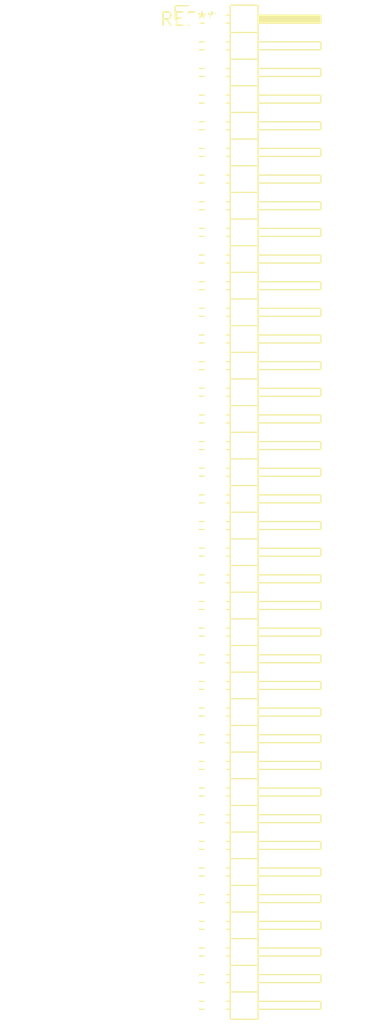
<source format=kicad_pcb>
(kicad_pcb (version 20240108) (generator pcbnew)
  (layers (0 "F.Cu" signal) (31 "B.Cu" signal) (34 "B.Paste" user) (35 "F.Paste" user) (36 "B.SilkS" user "B.Silkscreen") (37 "F.SilkS" user "F.Silkscreen") (38 "B.Mask" user) (39 "F.Mask" user) (44 "Edge.Cuts" user))
  (net 0 "")
  (footprint "PinHeader_2x38_P2.54mm_Horizontal" (layer "F.Cu") (at 0 0)
    (property "Reference" "REF**")
    (property "Value" "PinHeader_2x38_P2.54mm_Horizontal")
    (fp_line (start -1.27 -1.27) (end 0 -1.27) (layer "F.SilkS") (stroke (width 0.12)))
    (fp_line (start -1.27 0) (end -1.27 -1.27) (layer "F.SilkS") (stroke (width 0.12)))
    (fp_line (start 1.042929 2.16) (end 1.497071 2.16) (layer "F.SilkS") (stroke (width 0.12)))
    (fp_line (start 1.042929 2.92) (end 1.497071 2.92) (layer "F.SilkS") (stroke (width 0.12)))
    (fp_line (start 1.042929 4.7) (end 1.497071 4.7) (layer "F.SilkS") (stroke (width 0.12)))
    (fp_line (start 1.042929 5.46) (end 1.497071 5.46) (layer "F.SilkS") (stroke (width 0.12)))
    (fp_line (start 1.042929 7.24) (end 1.497071 7.24) (layer "F.SilkS") (stroke (width 0.12)))
    (fp_line (start 1.042929 8) (end 1.497071 8) (layer "F.SilkS") (stroke (width 0.12)))
    (fp_line (start 1.042929 9.78) (end 1.497071 9.78) (layer "F.SilkS") (stroke (width 0.12)))
    (fp_line (start 1.042929 10.54) (end 1.497071 10.54) (layer "F.SilkS") (stroke (width 0.12)))
    (fp_line (start 1.042929 12.32) (end 1.497071 12.32) (layer "F.SilkS") (stroke (width 0.12)))
    (fp_line (start 1.042929 13.08) (end 1.497071 13.08) (layer "F.SilkS") (stroke (width 0.12)))
    (fp_line (start 1.042929 14.86) (end 1.497071 14.86) (layer "F.SilkS") (stroke (width 0.12)))
    (fp_line (start 1.042929 15.62) (end 1.497071 15.62) (layer "F.SilkS") (stroke (width 0.12)))
    (fp_line (start 1.042929 17.4) (end 1.497071 17.4) (layer "F.SilkS") (stroke (width 0.12)))
    (fp_line (start 1.042929 18.16) (end 1.497071 18.16) (layer "F.SilkS") (stroke (width 0.12)))
    (fp_line (start 1.042929 19.94) (end 1.497071 19.94) (layer "F.SilkS") (stroke (width 0.12)))
    (fp_line (start 1.042929 20.7) (end 1.497071 20.7) (layer "F.SilkS") (stroke (width 0.12)))
    (fp_line (start 1.042929 22.48) (end 1.497071 22.48) (layer "F.SilkS") (stroke (width 0.12)))
    (fp_line (start 1.042929 23.24) (end 1.497071 23.24) (layer "F.SilkS") (stroke (width 0.12)))
    (fp_line (start 1.042929 25.02) (end 1.497071 25.02) (layer "F.SilkS") (stroke (width 0.12)))
    (fp_line (start 1.042929 25.78) (end 1.497071 25.78) (layer "F.SilkS") (stroke (width 0.12)))
    (fp_line (start 1.042929 27.56) (end 1.497071 27.56) (layer "F.SilkS") (stroke (width 0.12)))
    (fp_line (start 1.042929 28.32) (end 1.497071 28.32) (layer "F.SilkS") (stroke (width 0.12)))
    (fp_line (start 1.042929 30.1) (end 1.497071 30.1) (layer "F.SilkS") (stroke (width 0.12)))
    (fp_line (start 1.042929 30.86) (end 1.497071 30.86) (layer "F.SilkS") (stroke (width 0.12)))
    (fp_line (start 1.042929 32.64) (end 1.497071 32.64) (layer "F.SilkS") (stroke (width 0.12)))
    (fp_line (start 1.042929 33.4) (end 1.497071 33.4) (layer "F.SilkS") (stroke (width 0.12)))
    (fp_line (start 1.042929 35.18) (end 1.497071 35.18) (layer "F.SilkS") (stroke (width 0.12)))
    (fp_line (start 1.042929 35.94) (end 1.497071 35.94) (layer "F.SilkS") (stroke (width 0.12)))
    (fp_line (start 1.042929 37.72) (end 1.497071 37.72) (layer "F.SilkS") (stroke (width 0.12)))
    (fp_line (start 1.042929 38.48) (end 1.497071 38.48) (layer "F.SilkS") (stroke (width 0.12)))
    (fp_line (start 1.042929 40.26) (end 1.497071 40.26) (layer "F.SilkS") (stroke (width 0.12)))
    (fp_line (start 1.042929 41.02) (end 1.497071 41.02) (layer "F.SilkS") (stroke (width 0.12)))
    (fp_line (start 1.042929 42.8) (end 1.497071 42.8) (layer "F.SilkS") (stroke (width 0.12)))
    (fp_line (start 1.042929 43.56) (end 1.497071 43.56) (layer "F.SilkS") (stroke (width 0.12)))
    (fp_line (start 1.042929 45.34) (end 1.497071 45.34) (layer "F.SilkS") (stroke (width 0.12)))
    (fp_line (start 1.042929 46.1) (end 1.497071 46.1) (layer "F.SilkS") (stroke (width 0.12)))
    (fp_line (start 1.042929 47.88) (end 1.497071 47.88) (layer "F.SilkS") (stroke (width 0.12)))
    (fp_line (start 1.042929 48.64) (end 1.497071 48.64) (layer "F.SilkS") (stroke (width 0.12)))
    (fp_line (start 1.042929 50.42) (end 1.497071 50.42) (layer "F.SilkS") (stroke (width 0.12)))
    (fp_line (start 1.042929 51.18) (end 1.497071 51.18) (layer "F.SilkS") (stroke (width 0.12)))
    (fp_line (start 1.042929 52.96) (end 1.497071 52.96) (layer "F.SilkS") (stroke (width 0.12)))
    (fp_line (start 1.042929 53.72) (end 1.497071 53.72) (layer "F.SilkS") (stroke (width 0.12)))
    (fp_line (start 1.042929 55.5) (end 1.497071 55.5) (layer "F.SilkS") (stroke (width 0.12)))
    (fp_line (start 1.042929 56.26) (end 1.497071 56.26) (layer "F.SilkS") (stroke (width 0.12)))
    (fp_line (start 1.042929 58.04) (end 1.497071 58.04) (layer "F.SilkS") (stroke (width 0.12)))
    (fp_line (start 1.042929 58.8) (end 1.497071 58.8) (layer "F.SilkS") (stroke (width 0.12)))
    (fp_line (start 1.042929 60.58) (end 1.497071 60.58) (layer "F.SilkS") (stroke (width 0.12)))
    (fp_line (start 1.042929 61.34) (end 1.497071 61.34) (layer "F.SilkS") (stroke (width 0.12)))
    (fp_line (start 1.042929 63.12) (end 1.497071 63.12) (layer "F.SilkS") (stroke (width 0.12)))
    (fp_line (start 1.042929 63.88) (end 1.497071 63.88) (layer "F.SilkS") (stroke (width 0.12)))
    (fp_line (start 1.042929 65.66) (end 1.497071 65.66) (layer "F.SilkS") (stroke (width 0.12)))
    (fp_line (start 1.042929 66.42) (end 1.497071 66.42) (layer "F.SilkS") (stroke (width 0.12)))
    (fp_line (start 1.042929 68.2) (end 1.497071 68.2) (layer "F.SilkS") (stroke (width 0.12)))
    (fp_line (start 1.042929 68.96) (end 1.497071 68.96) (layer "F.SilkS") (stroke (width 0.12)))
    (fp_line (start 1.042929 70.74) (end 1.497071 70.74) (layer "F.SilkS") (stroke (width 0.12)))
    (fp_line (start 1.042929 71.5) (end 1.497071 71.5) (layer "F.SilkS") (stroke (width 0.12)))
    (fp_line (start 1.042929 73.28) (end 1.497071 73.28) (layer "F.SilkS") (stroke (width 0.12)))
    (fp_line (start 1.042929 74.04) (end 1.497071 74.04) (layer "F.SilkS") (stroke (width 0.12)))
    (fp_line (start 1.042929 75.82) (end 1.497071 75.82) (layer "F.SilkS") (stroke (width 0.12)))
    (fp_line (start 1.042929 76.58) (end 1.497071 76.58) (layer "F.SilkS") (stroke (width 0.12)))
    (fp_line (start 1.042929 78.36) (end 1.497071 78.36) (layer "F.SilkS") (stroke (width 0.12)))
    (fp_line (start 1.042929 79.12) (end 1.497071 79.12) (layer "F.SilkS") (stroke (width 0.12)))
    (fp_line (start 1.042929 80.9) (end 1.497071 80.9) (layer "F.SilkS") (stroke (width 0.12)))
    (fp_line (start 1.042929 81.66) (end 1.497071 81.66) (layer "F.SilkS") (stroke (width 0.12)))
    (fp_line (start 1.042929 83.44) (end 1.497071 83.44) (layer "F.SilkS") (stroke (width 0.12)))
    (fp_line (start 1.042929 84.2) (end 1.497071 84.2) (layer "F.SilkS") (stroke (width 0.12)))
    (fp_line (start 1.042929 85.98) (end 1.497071 85.98) (layer "F.SilkS") (stroke (width 0.12)))
    (fp_line (start 1.042929 86.74) (end 1.497071 86.74) (layer "F.SilkS") (stroke (width 0.12)))
    (fp_line (start 1.042929 88.52) (end 1.497071 88.52) (layer "F.SilkS") (stroke (width 0.12)))
    (fp_line (start 1.042929 89.28) (end 1.497071 89.28) (layer "F.SilkS") (stroke (width 0.12)))
    (fp_line (start 1.042929 91.06) (end 1.497071 91.06) (layer "F.SilkS") (stroke (width 0.12)))
    (fp_line (start 1.042929 91.82) (end 1.497071 91.82) (layer "F.SilkS") (stroke (width 0.12)))
    (fp_line (start 1.042929 93.6) (end 1.497071 93.6) (layer "F.SilkS") (stroke (width 0.12)))
    (fp_line (start 1.042929 94.36) (end 1.497071 94.36) (layer "F.SilkS") (stroke (width 0.12)))
    (fp_line (start 1.11 -0.38) (end 1.497071 -0.38) (layer "F.SilkS") (stroke (width 0.12)))
    (fp_line (start 1.11 0.38) (end 1.497071 0.38) (layer "F.SilkS") (stroke (width 0.12)))
    (fp_line (start 3.582929 -0.38) (end 3.98 -0.38) (layer "F.SilkS") (stroke (width 0.12)))
    (fp_line (start 3.582929 0.38) (end 3.98 0.38) (layer "F.SilkS") (stroke (width 0.12)))
    (fp_line (start 3.582929 2.16) (end 3.98 2.16) (layer "F.SilkS") (stroke (width 0.12)))
    (fp_line (start 3.582929 2.92) (end 3.98 2.92) (layer "F.SilkS") (stroke (width 0.12)))
    (fp_line (start 3.582929 4.7) (end 3.98 4.7) (layer "F.SilkS") (stroke (width 0.12)))
    (fp_line (start 3.582929 5.46) (end 3.98 5.46) (layer "F.SilkS") (stroke (width 0.12)))
    (fp_line (start 3.582929 7.24) (end 3.98 7.24) (layer "F.SilkS") (stroke (width 0.12)))
    (fp_line (start 3.582929 8) (end 3.98 8) (layer "F.SilkS") (stroke (width 0.12)))
    (fp_line (start 3.582929 9.78) (end 3.98 9.78) (layer "F.SilkS") (stroke (width 0.12)))
    (fp_line (start 3.582929 10.54) (end 3.98 10.54) (layer "F.SilkS") (stroke (width 0.12)))
    (fp_line (start 3.582929 12.32) (end 3.98 12.32) (layer "F.SilkS") (stroke (width 0.12)))
    (fp_line (start 3.582929 13.08) (end 3.98 13.08) (layer "F.SilkS") (stroke (width 0.12)))
    (fp_line (start 3.582929 14.86) (end 3.98 14.86) (layer "F.SilkS") (stroke (width 0.12)))
    (fp_line (start 3.582929 15.62) (end 3.98 15.62) (layer "F.SilkS") (stroke (width 0.12)))
    (fp_line (start 3.582929 17.4) (end 3.98 17.4) (layer "F.SilkS") (stroke (width 0.12)))
    (fp_line (start 3.582929 18.16) (end 3.98 18.16) (layer "F.SilkS") (stroke (width 0.12)))
    (fp_line (start 3.582929 19.94) (end 3.98 19.94) (layer "F.SilkS") (stroke (width 0.12)))
    (fp_line (start 3.582929 20.7) (end 3.98 20.7) (layer "F.SilkS") (stroke (width 0.12)))
    (fp_line (start 3.582929 22.48) (end 3.98 22.48) (layer "F.SilkS") (stroke (width 0.12)))
    (fp_line (start 3.582929 23.24) (end 3.98 23.24) (layer "F.SilkS") (stroke (width 0.12)))
    (fp_line (start 3.582929 25.02) (end 3.98 25.02) (layer "F.SilkS") (stroke (width 0.12)))
    (fp_line (start 3.582929 25.78) (end 3.98 25.78) (layer "F.SilkS") (stroke (width 0.12)))
    (fp_line (start 3.582929 27.56) (end 3.98 27.56) (layer "F.SilkS") (stroke (width 0.12)))
    (fp_line (start 3.582929 28.32) (end 3.98 28.32) (layer "F.SilkS") (stroke (width 0.12)))
    (fp_line (start 3.582929 30.1) (end 3.98 30.1) (layer "F.SilkS") (stroke (width 0.12)))
    (fp_line (start 3.582929 30.86) (end 3.98 30.86) (layer "F.SilkS") (stroke (width 0.12)))
    (fp_line (start 3.582929 32.64) (end 3.98 32.64) (layer "F.SilkS") (stroke (width 0.12)))
    (fp_line (start 3.582929 33.4) (end 3.98 33.4) (layer "F.SilkS") (stroke (width 0.12)))
    (fp_line (start 3.582929 35.18) (end 3.98 35.18) (layer "F.SilkS") (stroke (width 0.12)))
    (fp_line (start 3.582929 35.94) (end 3.98 35.94) (layer "F.SilkS") (stroke (width 0.12)))
    (fp_line (start 3.582929 37.72) (end 3.98 37.72) (layer "F.SilkS") (stroke (width 0.12)))
    (fp_line (start 3.582929 38.48) (end 3.98 38.48) (layer "F.SilkS") (stroke (width 0.12)))
    (fp_line (start 3.582929 40.26) (end 3.98 40.26) (layer "F.SilkS") (stroke (width 0.12)))
    (fp_line (start 3.582929 41.02) (end 3.98 41.02) (layer "F.SilkS") (stroke (width 0.12)))
    (fp_line (start 3.582929 42.8) (end 3.98 42.8) (layer "F.SilkS") (stroke (width 0.12)))
    (fp_line (start 3.582929 43.56) (end 3.98 43.56) (layer "F.SilkS") (stroke (width 0.12)))
    (fp_line (start 3.582929 45.34) (end 3.98 45.34) (layer "F.SilkS") (stroke (width 0.12)))
    (fp_line (start 3.582929 46.1) (end 3.98 46.1) (layer "F.SilkS") (stroke (width 0.12)))
    (fp_line (start 3.582929 47.88) (end 3.98 47.88) (layer "F.SilkS") (stroke (width 0.12)))
    (fp_line (start 3.582929 48.64) (end 3.98 48.64) (layer "F.SilkS") (stroke (width 0.12)))
    (fp_line (start 3.582929 50.42) (end 3.98 50.42) (layer "F.SilkS") (stroke (width 0.12)))
    (fp_line (start 3.582929 51.18) (end 3.98 51.18) (layer "F.SilkS") (stroke (width 0.12)))
    (fp_line (start 3.582929 52.96) (end 3.98 52.96) (layer "F.SilkS") (stroke (width 0.12)))
    (fp_line (start 3.582929 53.72) (end 3.98 53.72) (layer "F.SilkS") (stroke (width 0.12)))
    (fp_line (start 3.582929 55.5) (end 3.98 55.5) (layer "F.SilkS") (stroke (width 0.12)))
    (fp_line (start 3.582929 56.26) (end 3.98 56.26) (layer "F.SilkS") (stroke (width 0.12)))
    (fp_line (start 3.582929 58.04) (end 3.98 58.04) (layer "F.SilkS") (stroke (width 0.12)))
    (fp_line (start 3.582929 58.8) (end 3.98 58.8) (layer "F.SilkS") (stroke (width 0.12)))
    (fp_line (start 3.582929 60.58) (end 3.98 60.58) (layer "F.SilkS") (stroke (width 0.12)))
    (fp_line (start 3.582929 61.34) (end 3.98 61.34) (layer "F.SilkS") (stroke (width 0.12)))
    (fp_line (start 3.582929 63.12) (end 3.98 63.12) (layer "F.SilkS") (stroke (width 0.12)))
    (fp_line (start 3.582929 63.88) (end 3.98 63.88) (layer "F.SilkS") (stroke (width 0.12)))
    (fp_line (start 3.582929 65.66) (end 3.98 65.66) (layer "F.SilkS") (stroke (width 0.12)))
    (fp_line (start 3.582929 66.42) (end 3.98 66.42) (layer "F.SilkS") (stroke (width 0.12)))
    (fp_line (start 3.582929 68.2) (end 3.98 68.2) (layer "F.SilkS") (stroke (width 0.12)))
    (fp_line (start 3.582929 68.96) (end 3.98 68.96) (layer "F.SilkS") (stroke (width 0.12)))
    (fp_line (start 3.582929 70.74) (end 3.98 70.74) (layer "F.SilkS") (stroke (width 0.12)))
    (fp_line (start 3.582929 71.5) (end 3.98 71.5) (layer "F.SilkS") (stroke (width 0.12)))
    (fp_line (start 3.582929 73.28) (end 3.98 73.28) (layer "F.SilkS") (stroke (width 0.12)))
    (fp_line (start 3.582929 74.04) (end 3.98 74.04) (layer "F.SilkS") (stroke (width 0.12)))
    (fp_line (start 3.582929 75.82) (end 3.98 75.82) (layer "F.SilkS") (stroke (width 0.12)))
    (fp_line (start 3.582929 76.58) (end 3.98 76.58) (layer "F.SilkS") (stroke (width 0.12)))
    (fp_line (start 3.582929 78.36) (end 3.98 78.36) (layer "F.SilkS") (stroke (width 0.12)))
    (fp_line (start 3.582929 79.12) (end 3.98 79.12) (layer "F.SilkS") (stroke (width 0.12)))
    (fp_line (start 3.582929 80.9) (end 3.98 80.9) (layer "F.SilkS") (stroke (width 0.12)))
    (fp_line (start 3.582929 81.66) (end 3.98 81.66) (layer "F.SilkS") (stroke (width 0.12)))
    (fp_line (start 3.582929 83.44) (end 3.98 83.44) (layer "F.SilkS") (stroke (width 0.12)))
    (fp_line (start 3.582929 84.2) (end 3.98 84.2) (layer "F.SilkS") (stroke (width 0.12)))
    (fp_line (start 3.582929 85.98) (end 3.98 85.98) (layer "F.SilkS") (stroke (width 0.12)))
    (fp_line (start 3.582929 86.74) (end 3.98 86.74) (layer "F.SilkS") (stroke (width 0.12)))
    (fp_line (start 3.582929 88.52) (end 3.98 88.52) (layer "F.SilkS") (stroke (width 0.12)))
    (fp_line (start 3.582929 89.28) (end 3.98 89.28) (layer "F.SilkS") (stroke (width 0.12)))
    (fp_line (start 3.582929 91.06) (end 3.98 91.06) (layer "F.SilkS") (stroke (width 0.12)))
    (fp_line (start 3.582929 91.82) (end 3.98 91.82) (layer "F.SilkS") (stroke (width 0.12)))
    (fp_line (start 3.582929 93.6) (end 3.98 93.6) (layer "F.SilkS") (stroke (width 0.12)))
    (fp_line (start 3.582929 94.36) (end 3.98 94.36) (layer "F.SilkS") (stroke (width 0.12)))
    (fp_line (start 3.98 -1.33) (end 3.98 95.31) (layer "F.SilkS") (stroke (width 0.12)))
    (fp_line (start 3.98 1.27) (end 6.64 1.27) (layer "F.SilkS") (stroke (width 0.12)))
    (fp_line (start 3.98 3.81) (end 6.64 3.81) (layer "F.SilkS") (stroke (width 0.12)))
    (fp_line (start 3.98 6.35) (end 6.64 6.35) (layer "F.SilkS") (stroke (width 0.12)))
    (fp_line (start 3.98 8.89) (end 6.64 8.89) (layer "F.SilkS") (stroke (width 0.12)))
    (fp_line (start 3.98 11.43) (end 6.64 11.43) (layer "F.SilkS") (stroke (width 0.12)))
    (fp_line (start 3.98 13.97) (end 6.64 13.97) (layer "F.SilkS") (stroke (width 0.12)))
    (fp_line (start 3.98 16.51) (end 6.64 16.51) (layer "F.SilkS") (stroke (width 0.12)))
    (fp_line (start 3.98 19.05) (end 6.64 19.05) (layer "F.SilkS") (stroke (width 0.12)))
    (fp_line (start 3.98 21.59) (end 6.64 21.59) (layer "F.SilkS") (stroke (width 0.12)))
    (fp_line (start 3.98 24.13) (end 6.64 24.13) (layer "F.SilkS") (stroke (width 0.12)))
    (fp_line (start 3.98 26.67) (end 6.64 26.67) (layer "F.SilkS") (stroke (width 0.12)))
    (fp_line (start 3.98 29.21) (end 6.64 29.21) (layer "F.SilkS") (stroke (width 0.12)))
    (fp_line (start 3.98 31.75) (end 6.64 31.75) (layer "F.SilkS") (stroke (width 0.12)))
    (fp_line (start 3.98 34.29) (end 6.64 34.29) (layer "F.SilkS") (stroke (width 0.12)))
    (fp_line (start 3.98 36.83) (end 6.64 36.83) (layer "F.SilkS") (stroke (width 0.12)))
    (fp_line (start 3.98 39.37) (end 6.64 39.37) (layer "F.SilkS") (stroke (width 0.12)))
    (fp_line (start 3.98 41.91) (end 6.64 41.91) (layer "F.SilkS") (stroke (width 0.12)))
    (fp_line (start 3.98 44.45) (end 6.64 44.45) (layer "F.SilkS") (stroke (width 0.12)))
    (fp_line (start 3.98 46.99) (end 6.64 46.99) (layer "F.SilkS") (stroke (width 0.12)))
    (fp_line (start 3.98 49.53) (end 6.64 49.53) (layer "F.SilkS") (stroke (width 0.12)))
    (fp_line (start 3.98 52.07) (end 6.64 52.07) (layer "F.SilkS") (stroke (width 0.12)))
    (fp_line (start 3.98 54.61) (end 6.64 54.61) (layer "F.SilkS") (stroke (width 0.12)))
    (fp_line (start 3.98 57.15) (end 6.64 57.15) (layer "F.SilkS") (stroke (width 0.12)))
    (fp_line (start 3.98 59.69) (end 6.64 59.69) (layer "F.SilkS") (stroke (width 0.12)))
    (fp_line (start 3.98 62.23) (end 6.64 62.23) (layer "F.SilkS") (stroke (width 0.12)))
    (fp_line (start 3.98 64.77) (end 6.64 64.77) (layer "F.SilkS") (stroke (width 0.12)))
    (fp_line (start 3.98 67.31) (end 6.64 67.31) (layer "F.SilkS") (stroke (width 0.12)))
    (fp_line (start 3.98 69.85) (end 6.64 69.85) (layer "F.SilkS") (stroke (width 0.12)))
    (fp_line (start 3.98 72.39) (end 6.64 72.39) (layer "F.SilkS") (stroke (width 0.12)))
    (fp_line (start 3.98 74.93) (end 6.64 74.93) (layer "F.SilkS") (stroke (width 0.12)))
    (fp_line (start 3.98 77.47) (end 6.64 77.47) (layer "F.SilkS") (stroke (width 0.12)))
    (fp_line (start 3.98 80.01) (end 6.64 80.01) (layer "F.SilkS") (stroke (width 0.12)))
    (fp_line (start 3.98 82.55) (end 6.64 82.55) (layer "F.SilkS") (stroke (width 0.12)))
    (fp_line (start 3.98 85.09) (end 6.64 85.09) (layer "F.SilkS") (stroke (width 0.12)))
    (fp_line (start 3.98 87.63) (end 6.64 87.63) (layer "F.SilkS") (stroke (width 0.12)))
    (fp_line (start 3.98 90.17) (end 6.64 90.17) (layer "F.SilkS") (stroke (width 0.12)))
    (fp_line (start 3.98 92.71) (end 6.64 92.71) (layer "F.SilkS") (stroke (width 0.12)))
    (fp_line (start 3.98 95.31) (end 6.64 95.31) (layer "F.SilkS") (stroke (width 0.12)))
    (fp_line (start 6.64 -1.33) (end 3.98 -1.33) (layer "F.SilkS") (stroke (width 0.12)))
    (fp_line (start 6.64 -0.38) (end 12.64 -0.38) (layer "F.SilkS") (stroke (width 0.12)))
    (fp_line (start 6.64 -0.32) (end 12.64 -0.32) (layer "F.SilkS") (stroke (width 0.12)))
    (fp_line (start 6.64 -0.2) (end 12.64 -0.2) (layer "F.SilkS") (stroke (width 0.12)))
    (fp_line (start 6.64 -0.08) (end 12.64 -0.08) (layer "F.SilkS") (stroke (width 0.12)))
    (fp_line (start 6.64 0.04) (end 12.64 0.04) (layer "F.SilkS") (stroke (width 0.12)))
    (fp_line (start 6.64 0.16) (end 12.64 0.16) (layer "F.SilkS") (stroke (width 0.12)))
    (fp_line (start 6.64 0.28) (end 12.64 0.28) (layer "F.SilkS") (stroke (width 0.12)))
    (fp_line (start 6.64 2.16) (end 12.64 2.16) (layer "F.SilkS") (stroke (width 0.12)))
    (fp_line (start 6.64 4.7) (end 12.64 4.7) (layer "F.SilkS") (stroke (width 0.12)))
    (fp_line (start 6.64 7.24) (end 12.64 7.24) (layer "F.SilkS") (stroke (width 0.12)))
    (fp_line (start 6.64 9.78) (end 12.64 9.78) (layer "F.SilkS") (stroke (width 0.12)))
    (fp_line (start 6.64 12.32) (end 12.64 12.32) (layer "F.SilkS") (stroke (width 0.12)))
    (fp_line (start 6.64 14.86) (end 12.64 14.86) (layer "F.SilkS") (stroke (width 0.12)))
    (fp_line (start 6.64 17.4) (end 12.64 17.4) (layer "F.SilkS") (stroke (width 0.12)))
    (fp_line (start 6.64 19.94) (end 12.64 19.94) (layer "F.SilkS") (stroke (width 0.12)))
    (fp_line (start 6.64 22.48) (end 12.64 22.48) (layer "F.SilkS") (stroke (width 0.12)))
    (fp_line (start 6.64 25.02) (end 12.64 25.02) (layer "F.SilkS") (stroke (width 0.12)))
    (fp_line (start 6.64 27.56) (end 12.64 27.56) (layer "F.SilkS") (stroke (width 0.12)))
    (fp_line (start 6.64 30.1) (end 12.64 30.1) (layer "F.SilkS") (stroke (width 0.12)))
    (fp_line (start 6.64 32.64) (end 12.64 32.64) (layer "F.SilkS") (stroke (width 0.12)))
    (fp_line (start 6.64 35.18) (end 12.64 35.18) (layer "F.SilkS") (stroke (width 0.12)))
    (fp_line (start 6.64 37.72) (end 12.64 37.72) (layer "F.SilkS") (stroke (width 0.12)))
    (fp_line (start 6.64 40.26) (end 12.64 40.26) (layer "F.SilkS") (stroke (width 0.12)))
    (fp_line (start 6.64 42.8) (end 12.64 42.8) (layer "F.SilkS") (stroke (width 0.12)))
    (fp_line (start 6.64 45.34) (end 12.64 45.34) (layer "F.SilkS") (stroke (width 0.12)))
    (fp_line (start 6.64 47.88) (end 12.64 47.88) (layer "F.SilkS") (stroke (width 0.12)))
    (fp_line (start 6.64 50.42) (end 12.64 50.42) (layer "F.SilkS") (stroke (width 0.12)))
    (fp_line (start 6.64 52.96) (end 12.64 52.96) (layer "F.SilkS") (stroke (width 0.12)))
    (fp_line (start 6.64 55.5) (end 12.64 55.5) (layer "F.SilkS") (stroke (width 0.12)))
    (fp_line (start 6.64 58.04) (end 12.64 58.04) (layer "F.SilkS") (stroke (width 0.12)))
    (fp_line (start 6.64 60.58) (end 12.64 60.58) (layer "F.SilkS") (stroke (width 0.12)))
    (fp_line (start 6.64 63.12) (end 12.64 63.12) (layer "F.SilkS") (stroke (width 0.12)))
    (fp_line (start 6.64 65.66) (end 12.64 65.66) (layer "F.SilkS") (stroke (width 0.12)))
    (fp_line (start 6.64 68.2) (end 12.64 68.2) (layer "F.SilkS") (stroke (width 0.12)))
    (fp_line (start 6.64 70.74) (end 12.64 70.74) (layer "F.SilkS") (stroke (width 0.12)))
    (fp_line (start 6.64 73.28) (end 12.64 73.28) (layer "F.SilkS") (stroke (width 0.12)))
    (fp_line (start 6.64 75.82) (end 12.64 75.82) (layer "F.SilkS") (stroke (width 0.12)))
    (fp_line (start 6.64 78.36) (end 12.64 78.36) (layer "F.SilkS") (stroke (width 0.12)))
    (fp_line (start 6.64 80.9) (end 12.64 80.9) (layer "F.SilkS") (stroke (width 0.12)))
    (fp_line (start 6.64 83.44) (end 12.64 83.44) (layer "F.SilkS") (stroke (width 0.12)))
    (fp_line (start 6.64 85.98) (end 12.64 85.98) (layer "F.SilkS") (stroke (width 0.12)))
    (fp_line (start 6.64 88.52) (end 12.64 88.52) (layer "F.SilkS") (stroke (width 0.12)))
    (fp_line (start 6.64 91.06) (end 12.64 91.06) (layer "F.SilkS") (stroke (width 0.12)))
    (fp_line (start 6.64 93.6) (end 12.64 93.6) (layer "F.SilkS") (stroke (width 0.12)))
    (fp_line (start 6.64 95.31) (end 6.64 -1.33) (layer "F.SilkS") (stroke (width 0.12)))
    (fp_line (start 12.64 -0.38) (end 12.64 0.38) (layer "F.SilkS") (stroke (width 0.12)))
    (fp_line (start 12.64 0.38) (end 6.64 0.38) (layer "F.SilkS") (stroke (width 0.12)))
    (fp_line (start 12.64 2.16) (end 12.64 2.92) (layer "F.SilkS") (stroke (width 0.12)))
    (fp_line (start 12.64 2.92) (end 6.64 2.92) (layer "F.SilkS") (stroke (width 0.12)))
    (fp_line (start 12.64 4.7) (end 12.64 5.46) (layer "F.SilkS") (stroke (width 0.12)))
    (fp_line (start 12.64 5.46) (end 6.64 5.46) (layer "F.SilkS") (stroke (width 0.12)))
    (fp_line (start 12.64 7.24) (end 12.64 8) (layer "F.SilkS") (stroke (width 0.12)))
    (fp_line (start 12.64 8) (end 6.64 8) (layer "F.SilkS") (stroke (width 0.12)))
    (fp_line (start 12.64 9.78) (end 12.64 10.54) (layer "F.SilkS") (stroke (width 0.12)))
    (fp_line (start 12.64 10.54) (end 6.64 10.54) (layer "F.SilkS") (stroke (width 0.12)))
    (fp_line (start 12.64 12.32) (end 12.64 13.08) (layer "F.SilkS") (stroke (width 0.12)))
    (fp_line (start 12.64 13.08) (end 6.64 13.08) (layer "F.SilkS") (stroke (width 0.12)))
    (fp_line (start 12.64 14.86) (end 12.64 15.62) (layer "F.SilkS") (stroke (width 0.12)))
    (fp_line (start 12.64 15.62) (end 6.64 15.62) (layer "F.SilkS") (stroke (width 0.12)))
    (fp_line (start 12.64 17.4) (end 12.64 18.16) (layer "F.SilkS") (stroke (width 0.12)))
    (fp_line (start 12.64 18.16) (end 6.64 18.16) (layer "F.SilkS") (stroke (width 0.12)))
    (fp_line (start 12.64 19.94) (end 12.64 20.7) (layer "F.SilkS") (stroke (width 0.12)))
    (fp_line (start 12.64 20.7) (end 6.64 20.7) (layer "F.SilkS") (stroke (width 0.12)))
    (fp_line (start 12.64 22.48) (end 12.64 23.24) (layer "F.SilkS") (stroke (width 0.12)))
    (fp_line (start 12.64 23.24) (end 6.64 23.24) (layer "F.SilkS") (stroke (width 0.12)))
    (fp_line (start 12.64 25.02) (end 12.64 25.78) (layer "F.SilkS") (stroke (width 0.12)))
    (fp_line (start 12.64 25.78) (end 6.64 25.78) (layer "F.SilkS") (stroke (width 0.12)))
    (fp_line (start 12.64 27.56) (end 12.64 28.32) (layer "F.SilkS") (stroke (width 0.12)))
    (fp_line (start 12.64 28.32) (end 6.64 28.32) (layer "F.SilkS") (stroke (width 0.12)))
    (fp_line (start 12.64 30.1) (end 12.64 30.86) (layer "F.SilkS") (stroke (width 0.12)))
    (fp_line (start 12.64 30.86) (end 6.64 30.86) (layer "F.SilkS") (stroke (width 0.12)))
    (fp_line (start 12.64 32.64) (end 12.64 33.4) (layer "F.SilkS") (stroke (width 0.12)))
    (fp_line (start 12.64 33.4) (end 6.64 33.4) (layer "F.SilkS") (stroke (width 0.12)))
    (fp_line (start 12.64 35.18) (end 12.64 35.94) (layer "F.SilkS") (stroke (width 0.12)))
    (fp_line (start 12.64 35.94) (end 6.64 35.94) (layer "F.SilkS") (stroke (width 0.12)))
    (fp_line (start 12.64 37.72) (end 12.64 38.48) (layer "F.SilkS") (stroke (width 0.12)))
    (fp_line (start 12.64 38.48) (end 6.64 38.48) (layer "F.SilkS") (stroke (width 0.12)))
    (fp_line (start 12.64 40.26) (end 12.64 41.02) (layer "F.SilkS") (stroke (width 0.12)))
    (fp_line (start 12.64 41.02) (end 6.64 41.02) (layer "F.SilkS") (stroke (width 0.12)))
    (fp_line (start 12.64 42.8) (end 12.64 43.56) (layer "F.SilkS") (stroke (width 0.12)))
    (fp_line (start 12.64 43.56) (end 6.64 43.56) (layer "F.SilkS") (stroke (width 0.12)))
    (fp_line (start 12.64 45.34) (end 12.64 46.1) (layer "F.SilkS") (stroke (width 0.12)))
    (fp_line (start 12.64 46.1) (end 6.64 46.1) (layer "F.SilkS") (stroke (width 0.12)))
    (fp_line (start 12.64 47.88) (end 12.64 48.64) (layer "F.SilkS") (stroke (width 0.12)))
    (fp_line (start 12.64 48.64) (end 6.64 48.64) (layer "F.SilkS") (stroke (width 0.12)))
    (fp_line (start 12.64 50.42) (end 12.64 51.18) (layer "F.SilkS") (stroke (width 0.12)))
    (fp_line (start 12.64 51.18) (end 6.64 51.18) (layer "F.SilkS") (stroke (width 0.12)))
    (fp_line (start 12.64 52.96) (end 12.64 53.72) (layer "F.SilkS") (stroke (width 0.12)))
    (fp_line (start 12.64 53.72) (end 6.64 53.72) (layer "F.SilkS") (stroke (width 0.12)))
    (fp_line (start 12.64 55.5) (end 12.64 56.26) (layer "F.SilkS") (stroke (width 0.12)))
    (fp_line (start 12.64 56.26) (end 6.64 56.26) (layer "F.SilkS") (stroke (width 0.12)))
    (fp_line (start 12.64 58.04) (end 12.64 58.8) (layer "F.SilkS") (stroke (width 0.12)))
    (fp_line (start 12.64 58.8) (end 6.64 58.8) (layer "F.SilkS") (stroke (width 0.12)))
    (fp_line (start 12.64 60.58) (end 12.64 61.34) (layer "F.SilkS") (stroke (width 0.12)))
    (fp_line (start 12.64 61.34) (end 6.64 61.34) (layer "F.SilkS") (stroke (width 0.12)))
    (fp_line (start 12.64 63.12) (end 12.64 63.88) (layer "F.SilkS") (stroke (width 0.12)))
    (fp_line (start 12.64 63.88) (end 6.64 63.88) (layer "F.SilkS") (stroke (width 0.12)))
    (fp_line (start 12.64 65.66) (end 12.64 66.42) (layer "F.SilkS") (stroke (width 0.12)))
    (fp_line (start 12.64 66.42) (end 6.64 66.42) (layer "F.SilkS") (stroke (width 0.12)))
    (fp_line (start 12.64 68.2) (end 12.64 68.96) (layer "F.SilkS") (stroke (width 0.12)))
    (fp_line (start 12.64 68.96) (end 6.64 68.96) (layer "F.SilkS") (stroke (width 0.12)))
    (fp_line (start 12.64 70.74) (end 12.64 71.5) (layer "F.SilkS") (stroke (width 0.12)))
    (fp_line (start 12.64 71.5) (end 6.64 71.5) (layer "F.SilkS") (stroke (width 0.12)))
    (fp_line (start 12.64 73.28) (end 12.64 74.04) (layer "F.SilkS") (stroke (width 0.12)))
    (fp_line (start 12.64 74.04) (end 6.64 74.04) (layer "F.SilkS") (stroke (width 0.12)))
    (fp_line (start 12.64 75.82) (end 12.64 76.58) (layer "F.SilkS") (stroke (width 0.12)))
    (fp_line (start 12.64 76.58) (end 6.64 76.58) (layer "F.SilkS") (stroke (width 0.12)))
    (fp_line (start 12.64 78.36) (end 12.64 79.12) (layer "F.SilkS") (stroke (width 0.12)))
    (fp_line (start 12.64 79.12) (end 6.64 79.12) (layer "F.SilkS") (stroke (width 0.12)))
    (fp_line (start 12.64 80.9) (end 12.64 81.66) (layer "F.SilkS") (stroke (width 0.12)))
    (fp_line (start 12.64 81.66) (end 6.64 81.66) (layer "F.SilkS") (stroke (width 0.12)))
    (fp_line (start 12.64 83.44) (end 12.64 84.2) (layer "F.SilkS") (stroke (width 0.12)))
    (fp_line (start 12.64 84.2) (end 6.64 84.2) (layer "F.SilkS") (stroke (width 0.12)))
    (fp_line (start 12.64 85.98) (end 12.64 86.74) (layer "F.SilkS") (stroke (width 0.12)))
    (fp_line (start 12.64 86.74) (end 6.64 86.74) (layer "F.SilkS") (stroke (width 0.12)))
    (fp_line (start 12.64 88.52) (end 12.64 89.28) (layer "F.SilkS") (stroke (width 0.12)))
    (fp_line (start 12.64 89.28) (end 6.64 89.28) (layer "F.SilkS") (stroke (width 0.12)))
    (fp_line (start 12.64 91.06) (end 12.64 91.82) (layer "F.SilkS") (stroke (width 0.12)))
    (fp_line (start 12.64 91.82) (end 6.64 91.82) (layer "F.SilkS") (stroke (width 0.12)))
    (fp_line (start 12.64 93.6) (end 12.64 94.36) (layer "F.SilkS") (stroke (width 0.12)))
    (fp_line (start 12.64 94.36) (end 6.64 94.36) (layer "F.SilkS") (stroke (width 0.12)))
    (pad "1" thru_hole rect (at 0 0) (size 1.7 1.7) (drill 1) (layers *.Cu *.Mask) (remove_unused_layers))
    (pad "2" thru_hole oval (at 2.54 0) (size 1.7 1.7) (drill 1) (layers *.Cu *.Mask) (remove_unused_layers))
    (pad "3" thru_hole oval (at 0 2.54) (size 1.7 1.7) (drill 1) (layers *.Cu *.Mask) (remove_unused_layers))
    (pad "4" thru_hole oval (at 2.54 2.54) (size 1.7 1.7) (drill 1) (layers *.Cu *.Mask) (remove_unused_layers))
    (pad "5" thru_hole oval (at 0 5.08) (size 1.7 1.7) (drill 1) (layers *.Cu *.Mask) (remove_unused_layers))
    (pad "6" thru_hole oval (at 2.54 5.08) (size 1.7 1.7) (drill 1) (layers *.Cu *.Mask) (remove_unused_layers))
    (pad "7" thru_hole oval (at 0 7.62) (size 1.7 1.7) (drill 1) (layers *.Cu *.Mask) (remove_unused_layers))
    (pad "8" thru_hole oval (at 2.54 7.62) (size 1.7 1.7) (drill 1) (layers *.Cu *.Mask) (remove_unused_layers))
    (pad "9" thru_hole oval (at 0 10.16) (size 1.7 1.7) (drill 1) (layers *.Cu *.Mask) (remove_unused_layers))
    (pad "10" thru_hole oval (at 2.54 10.16) (size 1.7 1.7) (drill 1) (layers *.Cu *.Mask) (remove_unused_layers))
    (pad "11" thru_hole oval (at 0 12.7) (size 1.7 1.7) (drill 1) (layers *.Cu *.Mask) (remove_unused_layers))
    (pad "12" thru_hole oval (at 2.54 12.7) (size 1.7 1.7) (drill 1) (layers *.Cu *.Mask) (remove_unused_layers))
    (pad "13" thru_hole oval (at 0 15.24) (size 1.7 1.7) (drill 1) (layers *.Cu *.Mask) (remove_unused_layers))
    (pad "14" thru_hole oval (at 2.54 15.24) (size 1.7 1.7) (drill 1) (layers *.Cu *.Mask) (remove_unused_layers))
    (pad "15" thru_hole oval (at 0 17.78) (size 1.7 1.7) (drill 1) (layers *.Cu *.Mask) (remove_unused_layers))
    (pad "16" thru_hole oval (at 2.54 17.78) (size 1.7 1.7) (drill 1) (layers *.Cu *.Mask) (remove_unused_layers))
    (pad "17" thru_hole oval (at 0 20.32) (size 1.7 1.7) (drill 1) (layers *.Cu *.Mask) (remove_unused_layers))
    (pad "18" thru_hole oval (at 2.54 20.32) (size 1.7 1.7) (drill 1) (layers *.Cu *.Mask) (remove_unused_layers))
    (pad "19" thru_hole oval (at 0 22.86) (size 1.7 1.7) (drill 1) (layers *.Cu *.Mask) (remove_unused_layers))
    (pad "20" thru_hole oval (at 2.54 22.86) (size 1.7 1.7) (drill 1) (layers *.Cu *.Mask) (remove_unused_layers))
    (pad "21" thru_hole oval (at 0 25.4) (size 1.7 1.7) (drill 1) (layers *.Cu *.Mask) (remove_unused_layers))
    (pad "22" thru_hole oval (at 2.54 25.4) (size 1.7 1.7) (drill 1) (layers *.Cu *.Mask) (remove_unused_layers))
    (pad "23" thru_hole oval (at 0 27.94) (size 1.7 1.7) (drill 1) (layers *.Cu *.Mask) (remove_unused_layers))
    (pad "24" thru_hole oval (at 2.54 27.94) (size 1.7 1.7) (drill 1) (layers *.Cu *.Mask) (remove_unused_layers))
    (pad "25" thru_hole oval (at 0 30.48) (size 1.7 1.7) (drill 1) (layers *.Cu *.Mask) (remove_unused_layers))
    (pad "26" thru_hole oval (at 2.54 30.48) (size 1.7 1.7) (drill 1) (layers *.Cu *.Mask) (remove_unused_layers))
    (pad "27" thru_hole oval (at 0 33.02) (size 1.7 1.7) (drill 1) (layers *.Cu *.Mask) (remove_unused_layers))
    (pad "28" thru_hole oval (at 2.54 33.02) (size 1.7 1.7) (drill 1) (layers *.Cu *.Mask) (remove_unused_layers))
    (pad "29" thru_hole oval (at 0 35.56) (size 1.7 1.7) (drill 1) (layers *.Cu *.Mask) (remove_unused_layers))
    (pad "30" thru_hole oval (at 2.54 35.56) (size 1.7 1.7) (drill 1) (layers *.Cu *.Mask) (remove_unused_layers))
    (pad "31" thru_hole oval (at 0 38.1) (size 1.7 1.7) (drill 1) (layers *.Cu *.Mask) (remove_unused_layers))
    (pad "32" thru_hole oval (at 2.54 38.1) (size 1.7 1.7) (drill 1) (layers *.Cu *.Mask) (remove_unused_layers))
    (pad "33" thru_hole oval (at 0 40.64) (size 1.7 1.7) (drill 1) (layers *.Cu *.Mask) (remove_unused_layers))
    (pad "34" thru_hole oval (at 2.54 40.64) (size 1.7 1.7) (drill 1) (layers *.Cu *.Mask) (remove_unused_layers))
    (pad "35" thru_hole oval (at 0 43.18) (size 1.7 1.7) (drill 1) (layers *.Cu *.Mask) (remove_unused_layers))
    (pad "36" thru_hole oval (at 2.54 43.18) (size 1.7 1.7) (drill 1) (layers *.Cu *.Mask) (remove_unused_layers))
    (pad "37" thru_hole oval (at 0 45.72) (size 1.7 1.7) (drill 1) (layers *.Cu *.Mask) (remove_unused_layers))
    (pad "38" thru_hole oval (at 2.54 45.72) (size 1.7 1.7) (drill 1) (layers *.Cu *.Mask) (remove_unused_layers))
    (pad "39" thru_hole oval (at 0 48.26) (size 1.7 1.7) (drill 1) (layers *.Cu *.Mask) (remove_unused_layers))
    (pad "40" thru_hole oval (at 2.54 48.26) (size 1.7 1.7) (drill 1) (layers *.Cu *.Mask) (remove_unused_layers))
    (pad "41" thru_hole oval (at 0 50.8) (size 1.7 1.7) (drill 1) (layers *.Cu *.Mask) (remove_unused_layers))
    (pad "42" thru_hole oval (at 2.54 50.8) (size 1.7 1.7) (drill 1) (layers *.Cu *.Mask) (remove_unused_layers))
    (pad "43" thru_hole oval (at 0 53.34) (size 1.7 1.7) (drill 1) (layers *.Cu *.Mask) (remove_unused_layers))
    (pad "44" thru_hole oval (at 2.54 53.34) (size 1.7 1.7) (drill 1) (layers *.Cu *.Mask) (remove_unused_layers))
    (pad "45" thru_hole oval (at 0 55.88) (size 1.7 1.7) (drill 1) (layers *.Cu *.Mask) (remove_unused_layers))
    (pad "46" thru_hole oval (at 2.54 55.88) (size 1.7 1.7) (drill 1) (layers *.Cu *.Mask) (remove_unused_layers))
    (pad "47" thru_hole oval (at 0 58.42) (size 1.7 1.7) (drill 1) (layers *.Cu *.Mask) (remove_unused_layers))
    (pad "48" thru_hole oval (at 2.54 58.42) (size 1.7 1.7) (drill 1) (layers *.Cu *.Mask) (remove_unused_layers))
    (pad "49" thru_hole oval (at 0 60.96) (size 1.7 1.7) (drill 1) (layers *.Cu *.Mask) (remove_unused_layers))
    (pad "50" thru_hole oval (at 2.54 60.96) (size 1.7 1.7) (drill 1) (layers *.Cu *.Mask) (remove_unused_layers))
    (pad "51" thru_hole oval (at 0 63.5) (size 1.7 1.7) (drill 1) (layers *.Cu *.Mask) (remove_unused_layers))
    (pad "52" thru_hole oval (at 2.54 63.5) (size 1.7 1.7) (drill 1) (layers *.Cu *.Mask) (remove_unused_layers))
    (pad "53" thru_hole oval (at 0 66.04) (size 1.7 1.7) (drill 1) (layers *.Cu *.Mask) (remove_unused_layers))
    (pad "54" thru_hole oval (at 2.54 66.04) (size 1.7 1.7) (drill 1) (layers *.Cu *.Mask) (remove_unused_layers))
    (pad "55" thru_hole oval (at 0 68.58) (size 1.7 1.7) (drill 1) (layers *.Cu *.Mask) (remove_unused_layers))
    (pad "56" thru_hole oval (at 2.54 68.58) (size 1.7 1.7) (drill 1) (layers *.Cu *.Mask) (remove_unused_layers))
    (pad "57" thru_hole oval (at 0 71.12) (size 1.7 1.7) (drill 1) (layers *.Cu *.Mask) (remove_unused_layers))
    (pad "58" thru_hole oval (at 2.54 71.12) (size 1.7 1.7) (drill 1) (layers *.Cu *.Mask) (remove_unused_layers))
    (pad "59" thru_hole oval (at 0 73.66) (size 1.7 1.7) (drill 1) (layers *.Cu *.Mask) (remove_unused_layers))
    (pad "60" thru_hole oval (at 2.54 73.66) (size 1.7 1.7) (drill 1) (layers *.Cu *.Mask) (remove_unused_layers))
    (pad "61" thru_hole oval (at 0 76.2) (size 1.7 1.7) (drill 1) (layers *.Cu *.Mask) (remove_unused_layers))
    (pad "62" thru_hole oval (at 2.54 76.2) (size 1.7 1.7) (drill 1) (layers *.Cu *.Mask) (remove_unused_layers))
    (pad "63" thru_hole oval (at 0 78.74) (size 1.7 1.7) (drill 1) (layers *.Cu *.Mask) (remove_unused_layers))
    (pad "64" thru_hole oval (at 2.54 78.74) (size 1.7 1.7) (drill 1) (layers *.Cu *.Mask) (remove_unused_layers))
    (pad "65" thru_hole oval (at 0 81.28) (size 1.7 1.7) (drill 1) (layers *.Cu *.Mask) (remove_unused_layers))
    (pad "66" thru_hole oval (at 2.54 81.28) (size 1.7 1.7) (drill 1) (layers *.Cu *.Mask) (remove_unused_layers))
    (pad "67" thru_hole oval (at 0 83.82) (size 1.7 1.7) (drill 1) (layers *.Cu *.Mask) (remove_unused_layers))
    (pad "68" thru_hole oval (at 2.54 83.82) (size 1.7 1.7) (drill 1) (layers *.Cu *.Mask) (remove_unused_layers))
    (pad "69" thru_hole oval (at 0 86.36) (size 1.7 1.7) (drill 1) (layers *.Cu *.Mask) (remove_unused_layers))
    (pad "70" thru_hole oval (at 2.54 86.36) (size 1.7 1.7) (drill 1) (layers *.Cu *.Mask) (remove_unused_layers))
    (pad "71" thru_hole oval (at 0 88.9) (size 1.7 1.7) (drill 1) (layers *.Cu *.Mask) (remove_unused_layers))
    (pad "72" thru_hole oval (at 2.54 88.9) (size 1.7 1.7) (drill 1) (layers *.Cu *.Mask) (remove_unused_layers))
    (pad "73" thru_hole oval (at 0 91.44) (size 1.7 1.7) (drill 1) (layers *.Cu *.Mask) (remove_unused_layers))
    (pad "74" thru_hole oval (at 2.54 91.44) (size 1.7 1.7) (drill 1) (layers *.Cu *.Mask) (remove_unused_layers))
    (pad "75" thru_hole oval (at 0 93.98) (size 1.7 1.7) (drill 1) (layers *.Cu *.Mask) (remove_unused_layers))
    (pad "76" thru_hole oval (at 2.54 93.98) (size 1.7 1.7) (drill 1) (layers *.Cu *.Mask) (remove_unused_layers))
  )
)
</source>
